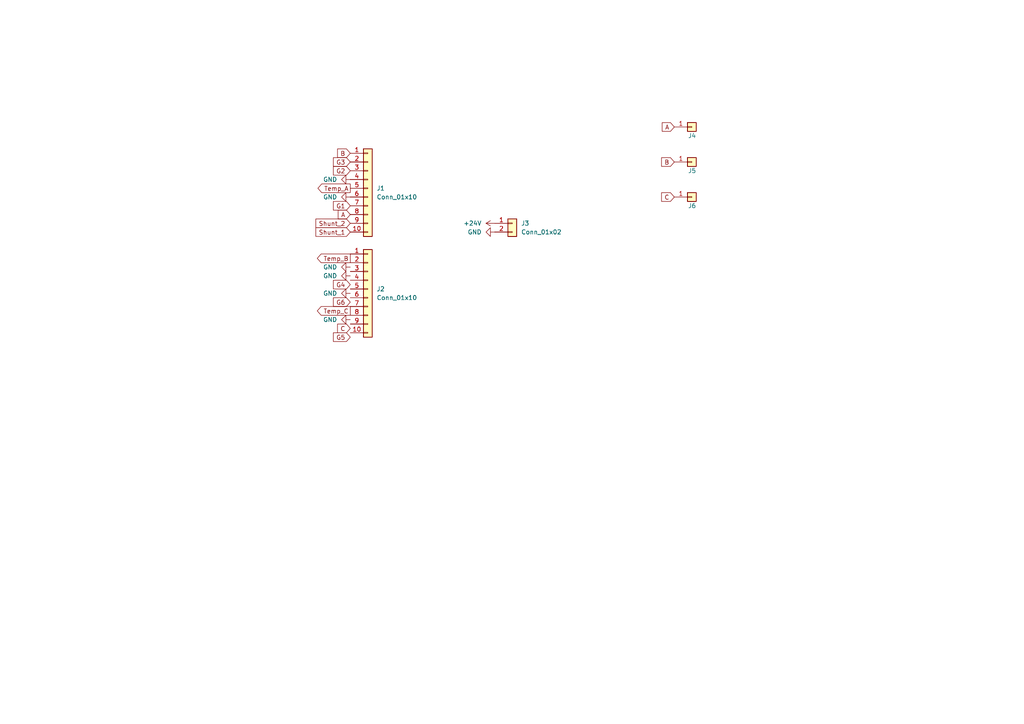
<source format=kicad_sch>
(kicad_sch (version 20230121) (generator eeschema)
  (paper "A4")
  (lib_symbols
    (symbol "Connector_Generic:Conn_01x01" (pin_names (offset 1.016) hide)
      (property "Reference" "J" (at 0 2.54 0))
      (property "Value" "Conn_01x01" (at 0 -2.54 0))
      (symbol "Conn_01x01_1_1"
        (rectangle (start -1.27 0.127) (end 0 -0.127) (stroke (width 0.1524)))
        (rectangle (start -1.27 1.27) (end 1.27 -1.27) (stroke (width 0.254)) (fill (type background)))
        (pin passive line (at -5.08 0 0) (length 3.81) (name "Pin_1") (number "1"))
      )
    )
    (symbol "Connector_Generic:Conn_01x02" (pin_names (offset 1.016) hide)
      (property "Reference" "J" (at 0 2.54 0))
      (property "Value" "Conn_01x02" (at 0 -5.08 0))
      (symbol "Conn_01x02_1_1"
        (rectangle (start -1.27 -2.413) (end 0 -2.667) (stroke (width 0.1524)))
        (rectangle (start -1.27 0.127) (end 0 -0.127) (stroke (width 0.1524)))
        (rectangle (start -1.27 1.27) (end 1.27 -3.81) (stroke (width 0.254)) (fill (type background)))
        (pin passive line (at -5.08 0 0) (length 3.81) (name "Pin_1") (number "1"))
        (pin passive line (at -5.08 -2.54 0) (length 3.81) (name "Pin_2") (number "2"))
      )
    )
    (symbol "Connector_Generic:Conn_01x10" (pin_names (offset 1.016) hide)
      (property "Reference" "J" (at 0 12.7 0))
      (property "Value" "Conn_01x10" (at 0 -15.24 0))
      (symbol "Conn_01x10_1_1"
        (rectangle (start -1.27 -12.573) (end 0 -12.827) (stroke (width 0.1524)))
        (rectangle (start -1.27 -10.033) (end 0 -10.287) (stroke (width 0.1524)))
        (rectangle (start -1.27 -7.493) (end 0 -7.747) (stroke (width 0.1524)))
        (rectangle (start -1.27 -4.953) (end 0 -5.207) (stroke (width 0.1524)))
        (rectangle (start -1.27 -2.413) (end 0 -2.667) (stroke (width 0.1524)))
        (rectangle (start -1.27 0.127) (end 0 -0.127) (stroke (width 0.1524)))
        (rectangle (start -1.27 2.667) (end 0 2.413) (stroke (width 0.1524)))
        (rectangle (start -1.27 5.207) (end 0 4.953) (stroke (width 0.1524)))
        (rectangle (start -1.27 7.747) (end 0 7.493) (stroke (width 0.1524)))
        (rectangle (start -1.27 10.287) (end 0 10.033) (stroke (width 0.1524)))
        (rectangle (start -1.27 11.43) (end 1.27 -13.97) (stroke (width 0.254)) (fill (type background)))
        (pin passive line (at -5.08 10.16 0) (length 3.81) (name "Pin_1") (number "1"))
        (pin passive line (at -5.08 -12.7 0) (length 3.81) (name "Pin_10") (number "10"))
        (pin passive line (at -5.08 7.62 0) (length 3.81) (name "Pin_2") (number "2"))
        (pin passive line (at -5.08 5.08 0) (length 3.81) (name "Pin_3") (number "3"))
        (pin passive line (at -5.08 2.54 0) (length 3.81) (name "Pin_4") (number "4"))
        (pin passive line (at -5.08 0 0) (length 3.81) (name "Pin_5") (number "5"))
        (pin passive line (at -5.08 -2.54 0) (length 3.81) (name "Pin_6") (number "6"))
        (pin passive line (at -5.08 -5.08 0) (length 3.81) (name "Pin_7") (number "7"))
        (pin passive line (at -5.08 -7.62 0) (length 3.81) (name "Pin_8") (number "8"))
        (pin passive line (at -5.08 -10.16 0) (length 3.81) (name "Pin_9") (number "9"))
      )
    )
    (symbol "power:+24V" (power) (pin_names (offset 0))
      (property "Value" "+24V" (at 0 3.556 0))
      (symbol "+24V_0_1"
        (polyline (pts (xy -0.762 1.27) (xy 0 2.54)))
        (polyline (pts (xy 0 0) (xy 0 2.54)))
        (polyline (pts (xy 0 2.54) (xy 0.762 1.27)))
      )
      (symbol "+24V_1_1"
        (pin power_in line (at 0 0 90) (length 0) hide (name "+24V") (number "1"))
      )
    )
    (symbol "power:GND" (power) (pin_names (offset 0))
      (property "Value" "GND" (at 0 -3.81 0))
      (symbol "GND_0_1"
        (polyline (pts (xy 0 0) (xy 0 -1.27) (xy 1.27 -1.27) (xy 0 -2.54) (xy -1.27 -1.27) (xy 0 -1.27)))
      )
      (symbol "GND_1_1"
        (pin power_in line (at 0 0 270) (length 0) hide (name "GND") (number "1"))
      )
    )
  )
  (global_label "G3" (shape input) (at 101.6 46.99 180) (property "Intersheetrefs" "${INTERSHEET_REFS}" (effects hide)))
  (global_label "G6" (shape input) (at 101.6 87.63 180) (property "Intersheetrefs" "${INTERSHEET_REFS}" (effects hide)))
  (global_label "B" (shape input) (at 101.6 44.45 180) (property "Intersheetrefs" "${INTERSHEET_REFS}" (effects hide)))
  (global_label "G4" (shape input) (at 101.6 82.55 180) (property "Intersheetrefs" "${INTERSHEET_REFS}" (effects hide)))
  (global_label "G2" (shape input) (at 101.6 49.53 180) (property "Intersheetrefs" "${INTERSHEET_REFS}" (effects hide)))
  (global_label "Shunt_2" (shape input) (at 101.6 64.77 180) (property "Intersheetrefs" "${INTERSHEET_REFS}" (effects hide)))
  (global_label "Shunt_1" (shape input) (at 101.6 67.31 180) (property "Intersheetrefs" "${INTERSHEET_REFS}" (effects hide)))
  (global_label "A" (shape input) (at 195.58 36.83 180) (property "Intersheetrefs" "${INTERSHEET_REFS}" (effects hide)))
  (global_label "G1" (shape input) (at 101.6 59.69 180) (property "Intersheetrefs" "${INTERSHEET_REFS}" (effects hide)))
  (global_label "Temp_C" (shape output) (at 101.6 90.17 180) (property "Intersheetrefs" "${INTERSHEET_REFS}" (effects hide)))
  (global_label "Temp_A" (shape output) (at 101.6 54.61 180) (property "Intersheetrefs" "${INTERSHEET_REFS}" (effects hide)))
  (global_label "B" (shape input) (at 195.58 46.99 180) (property "Intersheetrefs" "${INTERSHEET_REFS}" (effects hide)))
  (global_label "G5" (shape input) (at 101.6 97.79 180) (property "Intersheetrefs" "${INTERSHEET_REFS}" (effects hide)))
  (global_label "C" (shape input) (at 195.58 57.15 180) (property "Intersheetrefs" "${INTERSHEET_REFS}" (effects hide)))
  (global_label "A" (shape input) (at 101.6 62.23 180) (property "Intersheetrefs" "${INTERSHEET_REFS}" (effects hide)))
  (global_label "Temp_B" (shape output) (at 101.6 74.93 180) (property "Intersheetrefs" "${INTERSHEET_REFS}" (effects hide)))
  (global_label "C" (shape input) (at 101.6 95.25 180) (property "Intersheetrefs" "${INTERSHEET_REFS}" (effects hide)))
  (symbol (lib_id "power:GND") (at 143.51 67.31 270) (unit 1)
    (property "Reference" "#PWR047" (effects hide))
    (property "Value" "GND" (at 139.7 67.31 90) (effects (justify right)))
    (instances (project "Плата управления" (path "" (reference "#PWR047") (unit 1)) (path "" (reference "#PWR067") (unit 1))) (project "Силовая плата" (path "" (reference "#PWR024") (unit 1))))
  )
  (symbol (lib_id "power:+24V") (at 143.51 64.77 90) (unit 1)
    (property "Reference" "#PWR046" (effects hide))
    (property "Value" "+24V" (at 139.7 64.77 90) (effects (justify left)))
    (instances (project "Плата управления" (path "" (reference "#PWR046") (unit 1)) (path "" (reference "#PWR066") (unit 1))) (project "Силовая плата" (path "" (reference "#PWR02") (unit 1)) (path "" (reference "#PWR023") (unit 1))))
  )
  (symbol (lib_id "Connector_Generic:Conn_01x02") (at 148.59 64.77 0) (unit 1)
    (property "Reference" "J3" (at 151.13 64.77 0) (effects (justify left)))
    (property "Value" "Conn_01x02" (at 151.13 67.31 0) (effects (justify left)))
    (property "Footprint" "Connector_PinSocket_2.54mm:PinSocket_1x02_P2.54mm_Vertical_SMD_Pin1Left" (effects hide))
    (instances (project "Плата управления" (path "" (reference "J3") (unit 1)) (path "" (reference "J9") (unit 1))))
  )
  (symbol (lib_id "Connector_Generic:Conn_01x01") (at 200.66 46.99 0) (unit 1)
    (property "Reference" "J5" (at 201.93 49.53 0) (effects (justify right)))
    (property "Value" "B" (effects hide))
    (property "Footprint" "Connector_My:Power_Wire" (effects hide))
    (instances (project "Плата управления" (path "" (reference "J5") (unit 1)) (path "" (reference "J11") (unit 1))) (project "Силовая плата" (path "" (reference "J2") (unit 1)) (path "" (reference "J2") (unit 1))))
  )
  (symbol (lib_id "power:GND") (at 101.6 57.15 270) (unit 1)
    (property "Reference" "#PWR041" (effects hide))
    (property "Value" "GND" (at 97.79 57.15 90) (effects (justify right)))
    (instances (project "Плата управления" (path "" (reference "#PWR041") (unit 1)) (path "" (reference "#PWR061") (unit 1))) (project "Силовая плата" (path "" (reference "#PWR018") (unit 1))))
  )
  (symbol (lib_id "Connector_Generic:Conn_01x01") (at 200.66 57.15 0) (unit 1)
    (property "Reference" "J6" (at 201.93 59.69 0) (effects (justify right)))
    (property "Value" "C" (effects hide))
    (property "Footprint" "Connector_My:Power_Wire" (effects hide))
    (instances (project "Плата управления" (path "" (reference "J6") (unit 1)) (path "" (reference "J12") (unit 1))) (project "Силовая плата" (path "" (reference "J3") (unit 1)) (path "" (reference "J3") (unit 1))))
  )
  (symbol (lib_id "power:GND") (at 101.6 92.71 270) (unit 1)
    (property "Reference" "#PWR045" (effects hide))
    (property "Value" "GND" (at 97.79 92.71 90) (effects (justify right)))
    (instances (project "Плата управления" (path "" (reference "#PWR045") (unit 1)) (path "" (reference "#PWR065") (unit 1))) (project "Силовая плата" (path "" (reference "#PWR022") (unit 1))))
  )
  (symbol (lib_id "Connector_Generic:Conn_01x10") (at 106.68 83.82 0) (unit 1)
    (property "Reference" "J2" (at 109.22 83.82 0) (effects (justify left)))
    (property "Value" "Conn_01x10" (at 109.22 86.36 0) (effects (justify left)))
    (property "Footprint" "Connector_PinSocket_2.54mm:PinSocket_1x10_P2.54mm_Vertical_SMD_Pin1Right" (effects hide))
    (instances (project "Плата управления" (path "" (reference "J2") (unit 1)) (path "" (reference "J8") (unit 1))))
  )
  (symbol (lib_id "power:GND") (at 101.6 85.09 270) (unit 1)
    (property "Reference" "#PWR044" (effects hide))
    (property "Value" "GND" (at 97.79 85.09 90) (effects (justify right)))
    (instances (project "Плата управления" (path "" (reference "#PWR044") (unit 1)) (path "" (reference "#PWR064") (unit 1))) (project "Силовая плата" (path "" (reference "#PWR021") (unit 1))))
  )
  (symbol (lib_id "Connector_Generic:Conn_01x01") (at 200.66 36.83 0) (unit 1)
    (property "Reference" "J4" (at 201.93 39.37 0) (effects (justify right)))
    (property "Value" "A" (effects hide))
    (property "Footprint" "Connector_My:Power_Wire" (effects hide))
    (instances (project "Плата управления" (path "" (reference "J4") (unit 1)) (path "" (reference "J10") (unit 1))) (project "Силовая плата" (path "" (reference "J1") (unit 1)) (path "" (reference "J1") (unit 1))))
  )
  (symbol (lib_id "power:GND") (at 101.6 52.07 270) (unit 1)
    (property "Reference" "#PWR040" (effects hide))
    (property "Value" "GND" (at 97.79 52.07 90) (effects (justify right)))
    (instances (project "Плата управления" (path "" (reference "#PWR040") (unit 1)) (path "" (reference "#PWR060") (unit 1))) (project "Силовая плата" (path "" (reference "#PWR017") (unit 1))))
  )
  (symbol (lib_id "power:GND") (at 101.6 77.47 270) (unit 1)
    (property "Reference" "#PWR042" (effects hide))
    (property "Value" "GND" (at 97.79 77.47 90) (effects (justify right)))
    (instances (project "Плата управления" (path "" (reference "#PWR042") (unit 1)) (path "" (reference "#PWR062") (unit 1))) (project "Силовая плата" (path "" (reference "#PWR019") (unit 1))))
  )
  (symbol (lib_id "power:GND") (at 101.6 80.01 270) (unit 1)
    (property "Reference" "#PWR043" (effects hide))
    (property "Value" "GND" (at 97.79 80.01 90) (effects (justify right)))
    (instances (project "Плата управления" (path "" (reference "#PWR043") (unit 1)) (path "" (reference "#PWR063") (unit 1))) (project "Силовая плата" (path "" (reference "#PWR020") (unit 1))))
  )
  (symbol (lib_id "Connector_Generic:Conn_01x10") (at 106.68 54.61 0) (unit 1)
    (property "Reference" "J1" (at 109.22 54.61 0) (effects (justify left)))
    (property "Value" "Conn_01x10" (at 109.22 57.15 0) (effects (justify left)))
    (property "Footprint" "Connector_PinSocket_2.54mm:PinSocket_1x10_P2.54mm_Vertical_SMD_Pin1Left" (effects hide))
    (instances (project "Плата управления" (path "" (reference "J1") (unit 1)) (path "" (reference "J7") (unit 1))))
  )
)
</source>
